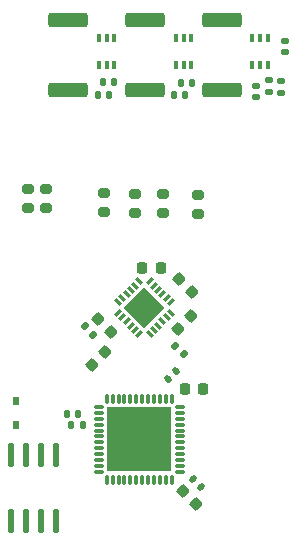
<source format=gbp>
G04 #@! TF.GenerationSoftware,KiCad,Pcbnew,8.0.4*
G04 #@! TF.CreationDate,2024-09-18T18:28:33+10:00*
G04 #@! TF.ProjectId,ESC,4553432e-6b69-4636-9164-5f7063625858,rev?*
G04 #@! TF.SameCoordinates,Original*
G04 #@! TF.FileFunction,Paste,Bot*
G04 #@! TF.FilePolarity,Positive*
%FSLAX46Y46*%
G04 Gerber Fmt 4.6, Leading zero omitted, Abs format (unit mm)*
G04 Created by KiCad (PCBNEW 8.0.4) date 2024-09-18 18:28:33*
%MOMM*%
%LPD*%
G01*
G04 APERTURE LIST*
G04 Aperture macros list*
%AMRoundRect*
0 Rectangle with rounded corners*
0 $1 Rounding radius*
0 $2 $3 $4 $5 $6 $7 $8 $9 X,Y pos of 4 corners*
0 Add a 4 corners polygon primitive as box body*
4,1,4,$2,$3,$4,$5,$6,$7,$8,$9,$2,$3,0*
0 Add four circle primitives for the rounded corners*
1,1,$1+$1,$2,$3*
1,1,$1+$1,$4,$5*
1,1,$1+$1,$6,$7*
1,1,$1+$1,$8,$9*
0 Add four rect primitives between the rounded corners*
20,1,$1+$1,$2,$3,$4,$5,0*
20,1,$1+$1,$4,$5,$6,$7,0*
20,1,$1+$1,$6,$7,$8,$9,0*
20,1,$1+$1,$8,$9,$2,$3,0*%
%AMRotRect*
0 Rectangle, with rotation*
0 The origin of the aperture is its center*
0 $1 length*
0 $2 width*
0 $3 Rotation angle, in degrees counterclockwise*
0 Add horizontal line*
21,1,$1,$2,0,0,$3*%
G04 Aperture macros list end*
%ADD10RoundRect,0.225000X-0.017678X0.335876X-0.335876X0.017678X0.017678X-0.335876X0.335876X-0.017678X0*%
%ADD11RoundRect,0.225000X-0.225000X-0.250000X0.225000X-0.250000X0.225000X0.250000X-0.225000X0.250000X0*%
%ADD12RoundRect,0.135000X-0.185000X0.135000X-0.185000X-0.135000X0.185000X-0.135000X0.185000X0.135000X0*%
%ADD13RoundRect,0.140000X0.140000X0.170000X-0.140000X0.170000X-0.140000X-0.170000X0.140000X-0.170000X0*%
%ADD14RoundRect,0.140000X-0.140000X-0.170000X0.140000X-0.170000X0.140000X0.170000X-0.140000X0.170000X0*%
%ADD15O,0.590000X2.050000*%
%ADD16RoundRect,0.135000X-0.226274X-0.035355X-0.035355X-0.226274X0.226274X0.035355X0.035355X0.226274X0*%
%ADD17RoundRect,0.200000X0.275000X-0.200000X0.275000X0.200000X-0.275000X0.200000X-0.275000X-0.200000X0*%
%ADD18RoundRect,0.140000X0.170000X-0.140000X0.170000X0.140000X-0.170000X0.140000X-0.170000X-0.140000X0*%
%ADD19RoundRect,0.135000X0.185000X-0.135000X0.185000X0.135000X-0.185000X0.135000X-0.185000X-0.135000X0*%
%ADD20RoundRect,0.140000X0.021213X-0.219203X0.219203X-0.021213X-0.021213X0.219203X-0.219203X0.021213X0*%
%ADD21R,0.400000X0.800000*%
%ADD22RoundRect,0.225000X0.017678X-0.335876X0.335876X-0.017678X-0.017678X0.335876X-0.335876X0.017678X0*%
%ADD23R,0.500000X0.780000*%
%ADD24RoundRect,0.225000X0.225000X0.250000X-0.225000X0.250000X-0.225000X-0.250000X0.225000X-0.250000X0*%
%ADD25RoundRect,0.250000X-1.425000X0.362500X-1.425000X-0.362500X1.425000X-0.362500X1.425000X0.362500X0*%
%ADD26RoundRect,0.225000X-0.335876X-0.017678X-0.017678X-0.335876X0.335876X0.017678X0.017678X0.335876X0*%
%ADD27O,0.280000X0.900000*%
%ADD28O,0.900000X0.280000*%
%ADD29R,5.500000X5.500000*%
%ADD30RotRect,0.600000X0.250000X45.000000*%
%ADD31RotRect,0.250000X0.600000X45.000000*%
%ADD32RotRect,2.450000X2.450000X45.000000*%
%ADD33RoundRect,0.140000X-0.219203X-0.021213X-0.021213X-0.219203X0.219203X0.021213X0.021213X0.219203X0*%
%ADD34RoundRect,0.135000X0.226274X0.035355X0.035355X0.226274X-0.226274X-0.035355X-0.035355X-0.226274X0*%
%ADD35RoundRect,0.225000X0.335876X0.017678X0.017678X0.335876X-0.335876X-0.017678X-0.017678X-0.335876X0*%
%ADD36RoundRect,0.140000X-0.170000X0.140000X-0.170000X-0.140000X0.170000X-0.140000X0.170000X0.140000X0*%
G04 APERTURE END LIST*
D10*
X110496016Y-58603984D03*
X109400000Y-59700000D03*
D11*
X117250000Y-61700000D03*
X118800000Y-61700000D03*
D12*
X124400000Y-35580002D03*
X124400000Y-36600000D03*
D13*
X117880000Y-35800000D03*
X116920000Y-35800000D03*
X108225000Y-63800000D03*
X107265000Y-63800000D03*
D14*
X116340000Y-36800000D03*
X117300000Y-36800000D03*
D15*
X102500000Y-67335000D03*
X103780000Y-67335000D03*
X105040000Y-67335000D03*
X106310000Y-67335000D03*
X106310000Y-72875000D03*
X105040000Y-72875000D03*
X103780000Y-72875000D03*
X102500000Y-72875000D03*
D16*
X116439376Y-58039376D03*
X117160624Y-58760624D03*
D14*
X109920000Y-36800000D03*
X110880000Y-36800000D03*
D17*
X118350000Y-46925000D03*
X118350000Y-45275000D03*
D18*
X125700000Y-33180000D03*
X125700000Y-32220000D03*
D19*
X125400000Y-36619998D03*
X125400000Y-35600000D03*
D20*
X115821178Y-60878822D03*
X116500000Y-60200000D03*
D13*
X108610000Y-64750000D03*
X107650000Y-64750000D03*
D17*
X110400000Y-46725000D03*
X110400000Y-45075000D03*
X113000000Y-46850000D03*
X113000000Y-45200000D03*
D21*
X124282500Y-34300000D03*
X123632500Y-34300000D03*
X122982500Y-34300000D03*
X122982500Y-32000000D03*
X123632500Y-32000000D03*
X124282500Y-32000000D03*
D22*
X116700000Y-56600000D03*
X117796016Y-55503984D03*
D23*
X103000000Y-64780000D03*
X103000000Y-62700000D03*
D24*
X115200000Y-51500000D03*
X113650000Y-51500000D03*
D17*
X105500000Y-46400000D03*
X105500000Y-44750000D03*
D25*
X113890606Y-30437500D03*
X113890606Y-36362500D03*
D26*
X117121178Y-70321178D03*
X118217194Y-71417194D03*
D27*
X116150000Y-69425000D03*
X115650000Y-69425000D03*
X115150000Y-69425000D03*
X114650000Y-69425000D03*
X114150000Y-69425000D03*
X113650000Y-69425000D03*
X113150000Y-69425000D03*
X112650000Y-69425000D03*
X112150000Y-69425000D03*
X111650000Y-69425000D03*
X111150000Y-69425000D03*
X110650000Y-69425000D03*
D28*
X109950000Y-68725000D03*
X109950000Y-68225000D03*
X109950000Y-67725000D03*
X109950000Y-67225000D03*
X109950000Y-66725000D03*
X109950000Y-66225000D03*
X109950000Y-65725000D03*
X109950000Y-65225000D03*
X109950000Y-64725000D03*
X109950000Y-64225000D03*
X109950000Y-63725000D03*
X109950000Y-63225000D03*
D27*
X110650000Y-62525000D03*
X111150000Y-62525000D03*
X111650000Y-62525000D03*
X112150000Y-62525000D03*
X112650000Y-62525000D03*
X113150000Y-62525000D03*
X113650000Y-62525000D03*
X114150000Y-62525000D03*
X114650000Y-62525000D03*
X115150000Y-62525000D03*
X115650000Y-62525000D03*
X116150000Y-62525000D03*
D28*
X116850000Y-63225000D03*
X116850000Y-63725000D03*
X116850000Y-64225000D03*
X116850000Y-64725000D03*
X116850000Y-65225000D03*
X116850000Y-65725000D03*
X116850000Y-66225000D03*
X116850000Y-66725000D03*
X116850000Y-67225000D03*
X116850000Y-67725000D03*
X116850000Y-68225000D03*
X116850000Y-68725000D03*
D29*
X113400000Y-65975000D03*
D30*
X113380761Y-57054770D03*
X113027207Y-56701217D03*
X112673654Y-56347664D03*
X112320100Y-55994110D03*
X111966547Y-55640557D03*
X111612994Y-55287003D03*
D31*
X111612994Y-54367765D03*
X111966547Y-54014211D03*
X112320100Y-53660658D03*
X112673654Y-53307104D03*
X113027207Y-52953551D03*
X113380761Y-52599998D03*
D30*
X114299999Y-52599998D03*
X114653553Y-52953551D03*
X115007106Y-53307104D03*
X115360660Y-53660658D03*
X115714213Y-54014211D03*
X116067766Y-54367765D03*
D31*
X116067766Y-55287003D03*
X115714213Y-55640557D03*
X115360660Y-55994110D03*
X115007106Y-56347664D03*
X114653553Y-56701217D03*
X114299999Y-57054770D03*
D32*
X113840380Y-54827384D03*
D33*
X117921178Y-69321178D03*
X118600000Y-70000000D03*
D21*
X111300000Y-34300000D03*
X110650000Y-34300000D03*
X110000000Y-34300000D03*
X110000000Y-32000000D03*
X110650000Y-32000000D03*
X111300000Y-32000000D03*
D34*
X109521248Y-57121248D03*
X108800000Y-56400000D03*
D25*
X120400000Y-30437500D03*
X120400000Y-36362500D03*
X107400000Y-30450000D03*
X107400000Y-36375000D03*
D17*
X103950000Y-46425000D03*
X103950000Y-44775000D03*
X115400000Y-46850000D03*
X115400000Y-45200000D03*
D35*
X117896016Y-53496016D03*
X116800000Y-52400000D03*
D13*
X111300000Y-35700000D03*
X110340000Y-35700000D03*
D35*
X111000000Y-56900000D03*
X109903984Y-55803984D03*
D21*
X117800000Y-34300000D03*
X117150000Y-34300000D03*
X116500000Y-34300000D03*
X116500000Y-32000000D03*
X117150000Y-32000000D03*
X117800000Y-32000000D03*
D36*
X123300000Y-36020000D03*
X123300000Y-36980000D03*
M02*

</source>
